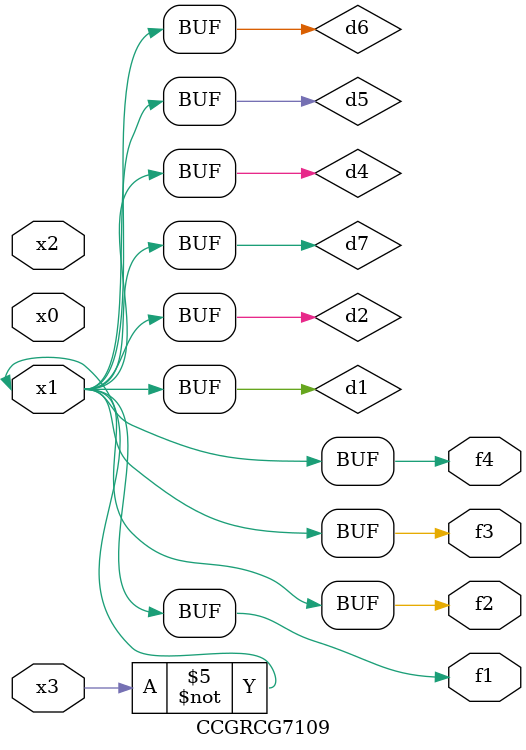
<source format=v>
module CCGRCG7109(
	input x0, x1, x2, x3,
	output f1, f2, f3, f4
);

	wire d1, d2, d3, d4, d5, d6, d7;

	not (d1, x3);
	buf (d2, x1);
	xnor (d3, d1, d2);
	nor (d4, d1);
	buf (d5, d1, d2);
	buf (d6, d4, d5);
	nand (d7, d4);
	assign f1 = d6;
	assign f2 = d7;
	assign f3 = d6;
	assign f4 = d6;
endmodule

</source>
